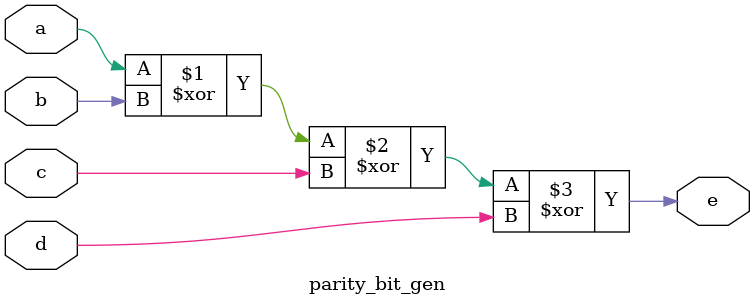
<source format=v>
`timescale 1ns / 1ps
module parity_bit_gen(
    input a, b, c, d,
    output e
    );
    assign e = a ^ b ^ c ^ d;

endmodule

</source>
